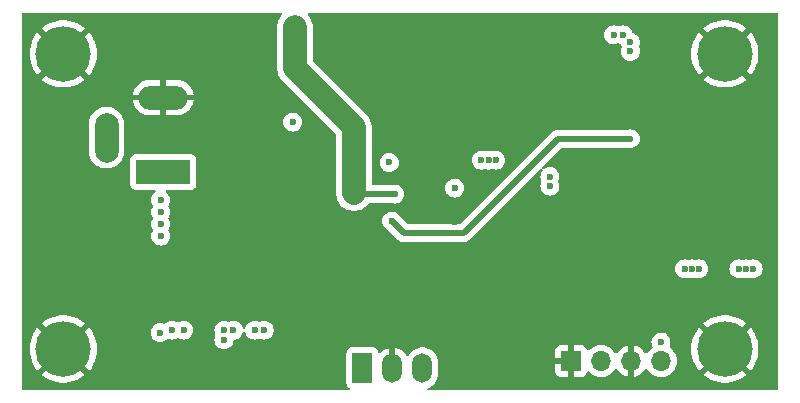
<source format=gbr>
%TF.GenerationSoftware,KiCad,Pcbnew,8.0.4+dfsg-1*%
%TF.CreationDate,2025-03-03T18:40:41+01:00*%
%TF.ProjectId,nixie-clock-psu,6e697869-652d-4636-9c6f-636b2d707375,rev?*%
%TF.SameCoordinates,Original*%
%TF.FileFunction,Copper,L3,Inr*%
%TF.FilePolarity,Positive*%
%FSLAX46Y46*%
G04 Gerber Fmt 4.6, Leading zero omitted, Abs format (unit mm)*
G04 Created by KiCad (PCBNEW 8.0.4+dfsg-1) date 2025-03-03 18:40:41*
%MOMM*%
%LPD*%
G01*
G04 APERTURE LIST*
%TA.AperFunction,ComponentPad*%
%ADD10R,1.700000X2.500000*%
%TD*%
%TA.AperFunction,ComponentPad*%
%ADD11O,1.700000X2.500000*%
%TD*%
%TA.AperFunction,ComponentPad*%
%ADD12C,4.700000*%
%TD*%
%TA.AperFunction,ComponentPad*%
%ADD13R,4.600000X2.000000*%
%TD*%
%TA.AperFunction,ComponentPad*%
%ADD14O,4.200000X2.000000*%
%TD*%
%TA.AperFunction,ComponentPad*%
%ADD15O,2.000000X4.200000*%
%TD*%
%TA.AperFunction,ComponentPad*%
%ADD16R,1.700000X1.700000*%
%TD*%
%TA.AperFunction,ComponentPad*%
%ADD17O,1.700000X1.700000*%
%TD*%
%TA.AperFunction,ViaPad*%
%ADD18C,0.600000*%
%TD*%
%TA.AperFunction,Conductor*%
%ADD19C,0.500000*%
%TD*%
%TA.AperFunction,Conductor*%
%ADD20C,2.000000*%
%TD*%
G04 APERTURE END LIST*
D10*
%TO.N,Net-(U2-IN)*%
%TO.C,U2*%
X175320000Y-117600000D03*
D11*
%TO.N,GND*%
X177860000Y-117600000D03*
%TO.N,+5V*%
X180400000Y-117600000D03*
%TD*%
D12*
%TO.N,GND*%
%TO.C,H4*%
X206000000Y-91000000D03*
%TD*%
%TO.N,GND*%
%TO.C,H2*%
X150000000Y-116000000D03*
%TD*%
%TO.N,GND*%
%TO.C,H3*%
X150000000Y-91000000D03*
%TD*%
D13*
%TO.N,VCC*%
%TO.C,J2*%
X158455000Y-101000000D03*
D14*
%TO.N,GND*%
X158455000Y-94700000D03*
D15*
%TO.N,unconnected-(J2-Pad3)*%
X153655000Y-98100000D03*
%TD*%
D12*
%TO.N,GND*%
%TO.C,H1*%
X206000000Y-116000000D03*
%TD*%
D16*
%TO.N,GND*%
%TO.C,J1*%
X193000000Y-117000000D03*
D17*
%TO.N,+5V*%
X195540000Y-117000000D03*
%TO.N,GND*%
X198080000Y-117000000D03*
%TO.N,+170*%
X200620000Y-117000000D03*
%TD*%
D18*
%TO.N,VCC*%
X158242000Y-106426000D03*
X158242000Y-105410000D03*
X158242000Y-104394000D03*
X158242000Y-103378000D03*
%TO.N,GND*%
X209804000Y-88392000D03*
X209804000Y-93472000D03*
X185420000Y-95504000D03*
X155702000Y-88392000D03*
X185420000Y-92710000D03*
X203800000Y-100800000D03*
X178200000Y-109200000D03*
X164846000Y-96012000D03*
X147828000Y-94996000D03*
X202600000Y-100800000D03*
X191200000Y-112400000D03*
X166116000Y-88392000D03*
X162200000Y-118200000D03*
X187200000Y-111000000D03*
X200914000Y-88138000D03*
X178816000Y-110998000D03*
X152654000Y-102870000D03*
X171800000Y-115800000D03*
X160782000Y-88392000D03*
X209550000Y-119126000D03*
X195580000Y-110744000D03*
X195580000Y-103124000D03*
X192800000Y-110000000D03*
X171400000Y-111000000D03*
X177800000Y-115200000D03*
X207800000Y-100800000D03*
X182000000Y-115600000D03*
X169400000Y-103342000D03*
X174800000Y-106600000D03*
X152654000Y-106680000D03*
X161400000Y-94600000D03*
X189600000Y-110000000D03*
X158400000Y-96600000D03*
X183200000Y-104000000D03*
X155600000Y-94600000D03*
X188800000Y-113400000D03*
X183200000Y-105200000D03*
X158400000Y-92800000D03*
X156464000Y-119126000D03*
X169400000Y-103942000D03*
X203454000Y-119126000D03*
X185600000Y-113400000D03*
X169400000Y-102742000D03*
X161036000Y-119126000D03*
X207200000Y-100800000D03*
X152654000Y-110236000D03*
X165000000Y-118200000D03*
X198000000Y-103800000D03*
X203200000Y-100800000D03*
X194056000Y-97028000D03*
X208400000Y-100800000D03*
%TO.N,+170*%
X198000000Y-90800000D03*
X207200000Y-109200000D03*
X203800000Y-109200000D03*
X200600000Y-115400000D03*
X196600000Y-89400000D03*
X207800000Y-109200000D03*
X202600000Y-109200000D03*
X208400000Y-109200000D03*
X203200000Y-109200000D03*
X197400000Y-89400000D03*
X198000000Y-90000000D03*
%TO.N,VCC*%
X177600000Y-100200000D03*
X186000000Y-100000000D03*
X160200000Y-114400000D03*
X158200000Y-114600000D03*
X185400000Y-100000000D03*
X166200000Y-114400000D03*
X186600000Y-100000000D03*
X159200000Y-114400000D03*
X164400000Y-114400000D03*
X191200000Y-102200000D03*
X167000000Y-114400000D03*
X163600000Y-115200000D03*
X163600000Y-114400000D03*
X191200000Y-101400000D03*
%TO.N,Net-(U1-FB)*%
X198000000Y-98200000D03*
X177800000Y-105156000D03*
%TO.N,Net-(Q1-G)*%
X169672000Y-88646000D03*
X174600000Y-102800000D03*
X175200000Y-102800000D03*
X169600000Y-91600000D03*
X169672000Y-89408000D03*
X178054000Y-102870000D03*
X169600000Y-92200000D03*
%TO.N,Net-(Q1-S)*%
X169418000Y-96774000D03*
X183134000Y-102362000D03*
%TD*%
D19*
%TO.N,Net-(U1-FB)*%
X183896000Y-106172000D02*
X191868000Y-98200000D01*
X178816000Y-106172000D02*
X183896000Y-106172000D01*
X191868000Y-98200000D02*
X198000000Y-98200000D01*
X177800000Y-105156000D02*
X178816000Y-106172000D01*
%TO.N,Net-(Q1-G)*%
X169600000Y-91600000D02*
X169600000Y-92200000D01*
D20*
X174600000Y-97200000D02*
X174600000Y-102800000D01*
X169600000Y-92200000D02*
X174600000Y-97200000D01*
D19*
X169600000Y-88718000D02*
X169672000Y-88646000D01*
X175200000Y-102800000D02*
X174600000Y-102800000D01*
X175270000Y-102870000D02*
X175200000Y-102800000D01*
D20*
X169600000Y-92200000D02*
X169600000Y-88718000D01*
D19*
X178054000Y-102870000D02*
X177546000Y-102870000D01*
X177546000Y-102870000D02*
X175270000Y-102870000D01*
%TD*%
%TA.AperFunction,Conductor*%
%TO.N,GND*%
G36*
X168463150Y-87520185D02*
G01*
X168508905Y-87572989D01*
X168518849Y-87642147D01*
X168489824Y-87705703D01*
X168483792Y-87712181D01*
X168455485Y-87740487D01*
X168455485Y-87740488D01*
X168455483Y-87740490D01*
X168395862Y-87822550D01*
X168316657Y-87931566D01*
X168209433Y-88142003D01*
X168136446Y-88366631D01*
X168099500Y-88599902D01*
X168099500Y-92318097D01*
X168136446Y-92551368D01*
X168209433Y-92775996D01*
X168316657Y-92986434D01*
X168455484Y-93177511D01*
X173063181Y-97785208D01*
X173096666Y-97846531D01*
X173099500Y-97872889D01*
X173099500Y-102918097D01*
X173136446Y-103151368D01*
X173209433Y-103375996D01*
X173301790Y-103557255D01*
X173316657Y-103586433D01*
X173455483Y-103777510D01*
X173622490Y-103944517D01*
X173813567Y-104083343D01*
X173912991Y-104134002D01*
X174024003Y-104190566D01*
X174024005Y-104190566D01*
X174024008Y-104190568D01*
X174144412Y-104229689D01*
X174248631Y-104263553D01*
X174481903Y-104300500D01*
X174481908Y-104300500D01*
X174718097Y-104300500D01*
X174951368Y-104263553D01*
X175175992Y-104190568D01*
X175386433Y-104083343D01*
X175577510Y-103944517D01*
X175744517Y-103777510D01*
X175821455Y-103671613D01*
X175876785Y-103628949D01*
X175921773Y-103620500D01*
X177472082Y-103620500D01*
X177754028Y-103620500D01*
X177794983Y-103627458D01*
X177874745Y-103655368D01*
X177874750Y-103655369D01*
X178053996Y-103675565D01*
X178054000Y-103675565D01*
X178054004Y-103675565D01*
X178233249Y-103655369D01*
X178233252Y-103655368D01*
X178233255Y-103655368D01*
X178403522Y-103595789D01*
X178556262Y-103499816D01*
X178683816Y-103372262D01*
X178779789Y-103219522D01*
X178839368Y-103049255D01*
X178841709Y-103028478D01*
X178859565Y-102870003D01*
X178859565Y-102869996D01*
X178839369Y-102690750D01*
X178839368Y-102690745D01*
X178805037Y-102592632D01*
X178779789Y-102520478D01*
X178779604Y-102520184D01*
X178731605Y-102443793D01*
X178683816Y-102367738D01*
X178678074Y-102361996D01*
X182328435Y-102361996D01*
X182328435Y-102362003D01*
X182348630Y-102541249D01*
X182348631Y-102541254D01*
X182408211Y-102711523D01*
X182431247Y-102748184D01*
X182504184Y-102864262D01*
X182631738Y-102991816D01*
X182784478Y-103087789D01*
X182954745Y-103147368D01*
X182954750Y-103147369D01*
X183133996Y-103167565D01*
X183134000Y-103167565D01*
X183134004Y-103167565D01*
X183313249Y-103147369D01*
X183313252Y-103147368D01*
X183313255Y-103147368D01*
X183483522Y-103087789D01*
X183636262Y-102991816D01*
X183763816Y-102864262D01*
X183859789Y-102711522D01*
X183919368Y-102541255D01*
X183921709Y-102520478D01*
X183939565Y-102362003D01*
X183939565Y-102361996D01*
X183919369Y-102182750D01*
X183919368Y-102182745D01*
X183893032Y-102107482D01*
X183859789Y-102012478D01*
X183763816Y-101859738D01*
X183636262Y-101732184D01*
X183483523Y-101636211D01*
X183313254Y-101576631D01*
X183313249Y-101576630D01*
X183134004Y-101556435D01*
X183133996Y-101556435D01*
X182954750Y-101576630D01*
X182954745Y-101576631D01*
X182784476Y-101636211D01*
X182631737Y-101732184D01*
X182504184Y-101859737D01*
X182408211Y-102012476D01*
X182348631Y-102182745D01*
X182348630Y-102182750D01*
X182328435Y-102361996D01*
X178678074Y-102361996D01*
X178556262Y-102240184D01*
X178403523Y-102144211D01*
X178233254Y-102084631D01*
X178233249Y-102084630D01*
X178054004Y-102064435D01*
X178053996Y-102064435D01*
X177874750Y-102084630D01*
X177874745Y-102084631D01*
X177794983Y-102112542D01*
X177754028Y-102119500D01*
X176224500Y-102119500D01*
X176157461Y-102099815D01*
X176111706Y-102047011D01*
X176100500Y-101995500D01*
X176100500Y-100199996D01*
X176794435Y-100199996D01*
X176794435Y-100200003D01*
X176814630Y-100379249D01*
X176814631Y-100379254D01*
X176874211Y-100549523D01*
X176915122Y-100614632D01*
X176970184Y-100702262D01*
X177097738Y-100829816D01*
X177188080Y-100886582D01*
X177239119Y-100918652D01*
X177250478Y-100925789D01*
X177420745Y-100985368D01*
X177420750Y-100985369D01*
X177599996Y-101005565D01*
X177600000Y-101005565D01*
X177600004Y-101005565D01*
X177779249Y-100985369D01*
X177779252Y-100985368D01*
X177779255Y-100985368D01*
X177949522Y-100925789D01*
X178102262Y-100829816D01*
X178229816Y-100702262D01*
X178325789Y-100549522D01*
X178385368Y-100379255D01*
X178389282Y-100344517D01*
X178405565Y-100200003D01*
X178405565Y-100199996D01*
X178385369Y-100020750D01*
X178385368Y-100020745D01*
X178378108Y-99999996D01*
X184594435Y-99999996D01*
X184594435Y-100000003D01*
X184614630Y-100179249D01*
X184614631Y-100179254D01*
X184674211Y-100349523D01*
X184758296Y-100483342D01*
X184770184Y-100502262D01*
X184897738Y-100629816D01*
X185050478Y-100725789D01*
X185162534Y-100764999D01*
X185220745Y-100785368D01*
X185220750Y-100785369D01*
X185399996Y-100805565D01*
X185400000Y-100805565D01*
X185400004Y-100805565D01*
X185579249Y-100785369D01*
X185579250Y-100785368D01*
X185579255Y-100785368D01*
X185659048Y-100757446D01*
X185728823Y-100753884D01*
X185740933Y-100757440D01*
X185820745Y-100785368D01*
X185820749Y-100785368D01*
X185820751Y-100785369D01*
X185820748Y-100785369D01*
X185999996Y-100805565D01*
X186000000Y-100805565D01*
X186000004Y-100805565D01*
X186179249Y-100785369D01*
X186179250Y-100785368D01*
X186179255Y-100785368D01*
X186259048Y-100757446D01*
X186328823Y-100753884D01*
X186340933Y-100757440D01*
X186420745Y-100785368D01*
X186420749Y-100785368D01*
X186420751Y-100785369D01*
X186420748Y-100785369D01*
X186599996Y-100805565D01*
X186600000Y-100805565D01*
X186600004Y-100805565D01*
X186779249Y-100785369D01*
X186779252Y-100785368D01*
X186779255Y-100785368D01*
X186949522Y-100725789D01*
X187102262Y-100629816D01*
X187229816Y-100502262D01*
X187325789Y-100349522D01*
X187385368Y-100179255D01*
X187385369Y-100179249D01*
X187405565Y-100000003D01*
X187405565Y-99999996D01*
X187385369Y-99820750D01*
X187385368Y-99820745D01*
X187342326Y-99697738D01*
X187325789Y-99650478D01*
X187229816Y-99497738D01*
X187102262Y-99370184D01*
X186949523Y-99274211D01*
X186779254Y-99214631D01*
X186779249Y-99214630D01*
X186600004Y-99194435D01*
X186599996Y-99194435D01*
X186420746Y-99214631D01*
X186420745Y-99214631D01*
X186340953Y-99242551D01*
X186271174Y-99246112D01*
X186259047Y-99242551D01*
X186179253Y-99214631D01*
X186000004Y-99194435D01*
X185999996Y-99194435D01*
X185820746Y-99214631D01*
X185820745Y-99214631D01*
X185740953Y-99242551D01*
X185671174Y-99246112D01*
X185659047Y-99242551D01*
X185579253Y-99214631D01*
X185400004Y-99194435D01*
X185399996Y-99194435D01*
X185220750Y-99214630D01*
X185220745Y-99214631D01*
X185050476Y-99274211D01*
X184897737Y-99370184D01*
X184770184Y-99497737D01*
X184674211Y-99650476D01*
X184614631Y-99820745D01*
X184614630Y-99820750D01*
X184594435Y-99999996D01*
X178378108Y-99999996D01*
X178361358Y-99952128D01*
X178325789Y-99850478D01*
X178307106Y-99820745D01*
X178229815Y-99697737D01*
X178102262Y-99570184D01*
X177949523Y-99474211D01*
X177779254Y-99414631D01*
X177779249Y-99414630D01*
X177600004Y-99394435D01*
X177599996Y-99394435D01*
X177420750Y-99414630D01*
X177420745Y-99414631D01*
X177250476Y-99474211D01*
X177097737Y-99570184D01*
X176970184Y-99697737D01*
X176874211Y-99850476D01*
X176814631Y-100020745D01*
X176814630Y-100020750D01*
X176794435Y-100199996D01*
X176100500Y-100199996D01*
X176100500Y-97081902D01*
X176063553Y-96848631D01*
X175998569Y-96648632D01*
X175990568Y-96624008D01*
X175990566Y-96624005D01*
X175990566Y-96624003D01*
X175883342Y-96413566D01*
X175846036Y-96362218D01*
X175744518Y-96222490D01*
X171136819Y-91614791D01*
X171103334Y-91553468D01*
X171100500Y-91527110D01*
X171100500Y-89399996D01*
X195794435Y-89399996D01*
X195794435Y-89400003D01*
X195814630Y-89579249D01*
X195814631Y-89579254D01*
X195874211Y-89749523D01*
X195934441Y-89845377D01*
X195970184Y-89902262D01*
X196097738Y-90029816D01*
X196188080Y-90086582D01*
X196250240Y-90125640D01*
X196250478Y-90125789D01*
X196403258Y-90179249D01*
X196420745Y-90185368D01*
X196420750Y-90185369D01*
X196599996Y-90205565D01*
X196600000Y-90205565D01*
X196600004Y-90205565D01*
X196779249Y-90185369D01*
X196779251Y-90185368D01*
X196779255Y-90185368D01*
X196779258Y-90185366D01*
X196779262Y-90185366D01*
X196956095Y-90123489D01*
X196956847Y-90125640D01*
X197015110Y-90116033D01*
X197043586Y-90124395D01*
X197043904Y-90123489D01*
X197159851Y-90164060D01*
X197216627Y-90204782D01*
X197235939Y-90240147D01*
X197276511Y-90356095D01*
X197274366Y-90356845D01*
X197283959Y-90415162D01*
X197275612Y-90443592D01*
X197276510Y-90443906D01*
X197214633Y-90620737D01*
X197214630Y-90620750D01*
X197194435Y-90799996D01*
X197194435Y-90800003D01*
X197214630Y-90979249D01*
X197214631Y-90979254D01*
X197274211Y-91149523D01*
X197370184Y-91302262D01*
X197497738Y-91429816D01*
X197650478Y-91525789D01*
X197729580Y-91553468D01*
X197820745Y-91585368D01*
X197820750Y-91585369D01*
X197999996Y-91605565D01*
X198000000Y-91605565D01*
X198000004Y-91605565D01*
X198179249Y-91585369D01*
X198179252Y-91585368D01*
X198179255Y-91585368D01*
X198349522Y-91525789D01*
X198502262Y-91429816D01*
X198629816Y-91302262D01*
X198725789Y-91149522D01*
X198778110Y-90999996D01*
X203145170Y-90999996D01*
X203145170Y-91000003D01*
X203164473Y-91331426D01*
X203164474Y-91331437D01*
X203222118Y-91658351D01*
X203222121Y-91658365D01*
X203317336Y-91976408D01*
X203448827Y-92281236D01*
X203448833Y-92281249D01*
X203614824Y-92568755D01*
X203812357Y-92834087D01*
X204884728Y-91761716D01*
X204970278Y-91879466D01*
X205120534Y-92029722D01*
X205238281Y-92115270D01*
X204169289Y-93184263D01*
X204295215Y-93289925D01*
X204572588Y-93472356D01*
X204869252Y-93621347D01*
X204869258Y-93621350D01*
X205181213Y-93734892D01*
X205181234Y-93734899D01*
X205504248Y-93811456D01*
X205504263Y-93811458D01*
X205834012Y-93849999D01*
X205834013Y-93850000D01*
X206165987Y-93850000D01*
X206165987Y-93849999D01*
X206495736Y-93811458D01*
X206495751Y-93811456D01*
X206818765Y-93734899D01*
X206818786Y-93734892D01*
X207130741Y-93621350D01*
X207130747Y-93621347D01*
X207427411Y-93472356D01*
X207704789Y-93289922D01*
X207830708Y-93184263D01*
X207830709Y-93184262D01*
X206761718Y-92115270D01*
X206879466Y-92029722D01*
X207029722Y-91879466D01*
X207115270Y-91761718D01*
X208187641Y-92834088D01*
X208385175Y-92568756D01*
X208551166Y-92281249D01*
X208551172Y-92281236D01*
X208682663Y-91976408D01*
X208777878Y-91658365D01*
X208777881Y-91658351D01*
X208835525Y-91331437D01*
X208835526Y-91331426D01*
X208854830Y-91000003D01*
X208854830Y-90999996D01*
X208835526Y-90668573D01*
X208835525Y-90668562D01*
X208777881Y-90341648D01*
X208777878Y-90341634D01*
X208682663Y-90023591D01*
X208551172Y-89718763D01*
X208551166Y-89718750D01*
X208385172Y-89431239D01*
X208187642Y-89165910D01*
X207115270Y-90238281D01*
X207029722Y-90120534D01*
X206879466Y-89970278D01*
X206761717Y-89884728D01*
X207830709Y-88815736D01*
X207830709Y-88815735D01*
X207704784Y-88710074D01*
X207427411Y-88527643D01*
X207130747Y-88378652D01*
X207130741Y-88378649D01*
X206818786Y-88265107D01*
X206818765Y-88265100D01*
X206495751Y-88188543D01*
X206495736Y-88188541D01*
X206165987Y-88150000D01*
X205834013Y-88150000D01*
X205504263Y-88188541D01*
X205504248Y-88188543D01*
X205181234Y-88265100D01*
X205181213Y-88265107D01*
X204869258Y-88378649D01*
X204869252Y-88378652D01*
X204572581Y-88527646D01*
X204295220Y-88710070D01*
X204295213Y-88710075D01*
X204169289Y-88815735D01*
X205238282Y-89884728D01*
X205120534Y-89970278D01*
X204970278Y-90120534D01*
X204884728Y-90238282D01*
X203812357Y-89165911D01*
X203812356Y-89165911D01*
X203614829Y-89431236D01*
X203614825Y-89431242D01*
X203448833Y-89718750D01*
X203448827Y-89718763D01*
X203317336Y-90023591D01*
X203222121Y-90341634D01*
X203222118Y-90341648D01*
X203164474Y-90668562D01*
X203164473Y-90668573D01*
X203145170Y-90999996D01*
X198778110Y-90999996D01*
X198785368Y-90979255D01*
X198805565Y-90800000D01*
X198785368Y-90620745D01*
X198785367Y-90620743D01*
X198785366Y-90620737D01*
X198723489Y-90443905D01*
X198725637Y-90443153D01*
X198716035Y-90384872D01*
X198724392Y-90356411D01*
X198723489Y-90356095D01*
X198785366Y-90179262D01*
X198785369Y-90179249D01*
X198805565Y-90000003D01*
X198805565Y-89999996D01*
X198785369Y-89820750D01*
X198785368Y-89820745D01*
X198749678Y-89718750D01*
X198725789Y-89650478D01*
X198629816Y-89497738D01*
X198502262Y-89370184D01*
X198349524Y-89274212D01*
X198349523Y-89274211D01*
X198240146Y-89235938D01*
X198183371Y-89195216D01*
X198164060Y-89159851D01*
X198125788Y-89050476D01*
X198029815Y-88897737D01*
X197902262Y-88770184D01*
X197749523Y-88674211D01*
X197579254Y-88614631D01*
X197579249Y-88614630D01*
X197400004Y-88594435D01*
X197399996Y-88594435D01*
X197220750Y-88614630D01*
X197220737Y-88614633D01*
X197043906Y-88676510D01*
X197043155Y-88674364D01*
X196984856Y-88683962D01*
X196956409Y-88675609D01*
X196956094Y-88676510D01*
X196779262Y-88614633D01*
X196779249Y-88614630D01*
X196600004Y-88594435D01*
X196599996Y-88594435D01*
X196420750Y-88614630D01*
X196420745Y-88614631D01*
X196250476Y-88674211D01*
X196097737Y-88770184D01*
X195970184Y-88897737D01*
X195874211Y-89050476D01*
X195814631Y-89220745D01*
X195814630Y-89220750D01*
X195794435Y-89399996D01*
X171100500Y-89399996D01*
X171100500Y-88599902D01*
X171063553Y-88366631D01*
X171005688Y-88188543D01*
X170990568Y-88142008D01*
X170990566Y-88142005D01*
X170990566Y-88142003D01*
X170883342Y-87931566D01*
X170744517Y-87740490D01*
X170716208Y-87712181D01*
X170682723Y-87650858D01*
X170687707Y-87581166D01*
X170729579Y-87525233D01*
X170795043Y-87500816D01*
X170803889Y-87500500D01*
X210375500Y-87500500D01*
X210442539Y-87520185D01*
X210488294Y-87572989D01*
X210499500Y-87624500D01*
X210499500Y-119375500D01*
X210479815Y-119442539D01*
X210427011Y-119488294D01*
X210375500Y-119499500D01*
X180938226Y-119499500D01*
X180871187Y-119479815D01*
X180825432Y-119427011D01*
X180815488Y-119357853D01*
X180844513Y-119294297D01*
X180899906Y-119257569D01*
X180918412Y-119251557D01*
X181107816Y-119155051D01*
X181194138Y-119092335D01*
X181279786Y-119030109D01*
X181279788Y-119030106D01*
X181279792Y-119030104D01*
X181430104Y-118879792D01*
X181430106Y-118879788D01*
X181430109Y-118879786D01*
X181555048Y-118707820D01*
X181555050Y-118707817D01*
X181555051Y-118707816D01*
X181651557Y-118518412D01*
X181717246Y-118316243D01*
X181750500Y-118106287D01*
X181750500Y-117093713D01*
X181717246Y-116883757D01*
X181651557Y-116681588D01*
X181555051Y-116492184D01*
X181555049Y-116492181D01*
X181555048Y-116492179D01*
X181430109Y-116320213D01*
X181279786Y-116169890D01*
X181186556Y-116102155D01*
X191650000Y-116102155D01*
X191650000Y-116750000D01*
X192566988Y-116750000D01*
X192534075Y-116807007D01*
X192500000Y-116934174D01*
X192500000Y-117065826D01*
X192534075Y-117192993D01*
X192566988Y-117250000D01*
X191650000Y-117250000D01*
X191650000Y-117897844D01*
X191656401Y-117957372D01*
X191656403Y-117957379D01*
X191706645Y-118092086D01*
X191706649Y-118092093D01*
X191792809Y-118207187D01*
X191792812Y-118207190D01*
X191907906Y-118293350D01*
X191907913Y-118293354D01*
X192042620Y-118343596D01*
X192042627Y-118343598D01*
X192102155Y-118349999D01*
X192102172Y-118350000D01*
X192750000Y-118350000D01*
X192750000Y-117433012D01*
X192807007Y-117465925D01*
X192934174Y-117500000D01*
X193065826Y-117500000D01*
X193192993Y-117465925D01*
X193250000Y-117433012D01*
X193250000Y-118350000D01*
X193897828Y-118350000D01*
X193897844Y-118349999D01*
X193957372Y-118343598D01*
X193957379Y-118343596D01*
X194092086Y-118293354D01*
X194092093Y-118293350D01*
X194207187Y-118207190D01*
X194207190Y-118207187D01*
X194293350Y-118092093D01*
X194293354Y-118092086D01*
X194342422Y-117960529D01*
X194384293Y-117904595D01*
X194449757Y-117880178D01*
X194518030Y-117895030D01*
X194546285Y-117916181D01*
X194668599Y-118038495D01*
X194728044Y-118080119D01*
X194862165Y-118174032D01*
X194862167Y-118174033D01*
X194862170Y-118174035D01*
X195076337Y-118273903D01*
X195304592Y-118335063D01*
X195475319Y-118350000D01*
X195539999Y-118355659D01*
X195540000Y-118355659D01*
X195540001Y-118355659D01*
X195604681Y-118350000D01*
X195775408Y-118335063D01*
X196003663Y-118273903D01*
X196217830Y-118174035D01*
X196411401Y-118038495D01*
X196578495Y-117871401D01*
X196708730Y-117685405D01*
X196763307Y-117641781D01*
X196832805Y-117634587D01*
X196895160Y-117666110D01*
X196911879Y-117685405D01*
X197041890Y-117871078D01*
X197208917Y-118038105D01*
X197402421Y-118173600D01*
X197616507Y-118273429D01*
X197616516Y-118273433D01*
X197830000Y-118330634D01*
X197830000Y-117433012D01*
X197887007Y-117465925D01*
X198014174Y-117500000D01*
X198145826Y-117500000D01*
X198272993Y-117465925D01*
X198330000Y-117433012D01*
X198330000Y-118330633D01*
X198543483Y-118273433D01*
X198543492Y-118273429D01*
X198757578Y-118173600D01*
X198951082Y-118038105D01*
X199118105Y-117871082D01*
X199248119Y-117685405D01*
X199302696Y-117641781D01*
X199372195Y-117634588D01*
X199434549Y-117666110D01*
X199451269Y-117685405D01*
X199581505Y-117871401D01*
X199748599Y-118038495D01*
X199808044Y-118080119D01*
X199942165Y-118174032D01*
X199942167Y-118174033D01*
X199942170Y-118174035D01*
X200156337Y-118273903D01*
X200384592Y-118335063D01*
X200555319Y-118350000D01*
X200619999Y-118355659D01*
X200620000Y-118355659D01*
X200620001Y-118355659D01*
X200684681Y-118350000D01*
X200855408Y-118335063D01*
X201083663Y-118273903D01*
X201297830Y-118174035D01*
X201491401Y-118038495D01*
X201658495Y-117871401D01*
X201794035Y-117677830D01*
X201893903Y-117463663D01*
X201955063Y-117235408D01*
X201975659Y-117000000D01*
X201955063Y-116764592D01*
X201893903Y-116536337D01*
X201794035Y-116322171D01*
X201792890Y-116320535D01*
X201658494Y-116128597D01*
X201529892Y-115999996D01*
X203145170Y-115999996D01*
X203145170Y-116000003D01*
X203164473Y-116331426D01*
X203164474Y-116331437D01*
X203222118Y-116658351D01*
X203222121Y-116658365D01*
X203317336Y-116976408D01*
X203448827Y-117281236D01*
X203448833Y-117281249D01*
X203614824Y-117568755D01*
X203812357Y-117834087D01*
X204884728Y-116761716D01*
X204970278Y-116879466D01*
X205120534Y-117029722D01*
X205238281Y-117115270D01*
X204169289Y-118184263D01*
X204295215Y-118289925D01*
X204572588Y-118472356D01*
X204869252Y-118621347D01*
X204869258Y-118621350D01*
X205181213Y-118734892D01*
X205181234Y-118734899D01*
X205504248Y-118811456D01*
X205504263Y-118811458D01*
X205834012Y-118849999D01*
X205834013Y-118850000D01*
X206165987Y-118850000D01*
X206165987Y-118849999D01*
X206495736Y-118811458D01*
X206495751Y-118811456D01*
X206818765Y-118734899D01*
X206818786Y-118734892D01*
X207130741Y-118621350D01*
X207130747Y-118621347D01*
X207427411Y-118472356D01*
X207704789Y-118289922D01*
X207830708Y-118184263D01*
X207830709Y-118184262D01*
X206761718Y-117115270D01*
X206879466Y-117029722D01*
X207029722Y-116879466D01*
X207115270Y-116761717D01*
X208187641Y-117834088D01*
X208385175Y-117568756D01*
X208551166Y-117281249D01*
X208551172Y-117281236D01*
X208682663Y-116976408D01*
X208777878Y-116658365D01*
X208777881Y-116658351D01*
X208835525Y-116331437D01*
X208835526Y-116331426D01*
X208854830Y-116000003D01*
X208854830Y-115999996D01*
X208835526Y-115668573D01*
X208835525Y-115668562D01*
X208777881Y-115341648D01*
X208777878Y-115341634D01*
X208682663Y-115023591D01*
X208551172Y-114718763D01*
X208551166Y-114718750D01*
X208385172Y-114431239D01*
X208187642Y-114165910D01*
X207115270Y-115238281D01*
X207029722Y-115120534D01*
X206879466Y-114970278D01*
X206761717Y-114884728D01*
X207830709Y-113815736D01*
X207830709Y-113815735D01*
X207704784Y-113710074D01*
X207427411Y-113527643D01*
X207130747Y-113378652D01*
X207130741Y-113378649D01*
X206818786Y-113265107D01*
X206818765Y-113265100D01*
X206495751Y-113188543D01*
X206495736Y-113188541D01*
X206165987Y-113150000D01*
X205834013Y-113150000D01*
X205504263Y-113188541D01*
X205504248Y-113188543D01*
X205181234Y-113265100D01*
X205181213Y-113265107D01*
X204869258Y-113378649D01*
X204869252Y-113378652D01*
X204572581Y-113527646D01*
X204295220Y-113710070D01*
X204295213Y-113710075D01*
X204169289Y-113815735D01*
X205238282Y-114884728D01*
X205120534Y-114970278D01*
X204970278Y-115120534D01*
X204884728Y-115238282D01*
X203812357Y-114165911D01*
X203812356Y-114165911D01*
X203614829Y-114431236D01*
X203614825Y-114431242D01*
X203448833Y-114718750D01*
X203448827Y-114718763D01*
X203317336Y-115023591D01*
X203222121Y-115341634D01*
X203222118Y-115341648D01*
X203164474Y-115668562D01*
X203164473Y-115668573D01*
X203145170Y-115999996D01*
X201529892Y-115999996D01*
X201491402Y-115961506D01*
X201491401Y-115961505D01*
X201375740Y-115880518D01*
X201332117Y-115825942D01*
X201324924Y-115756443D01*
X201329821Y-115737998D01*
X201385368Y-115579255D01*
X201405565Y-115400000D01*
X201403916Y-115385369D01*
X201385369Y-115220750D01*
X201385368Y-115220745D01*
X201352088Y-115125637D01*
X201325789Y-115050478D01*
X201307106Y-115020745D01*
X201262354Y-114949522D01*
X201229816Y-114897738D01*
X201102262Y-114770184D01*
X201069379Y-114749522D01*
X200949523Y-114674211D01*
X200779254Y-114614631D01*
X200779249Y-114614630D01*
X200600004Y-114594435D01*
X200599996Y-114594435D01*
X200420750Y-114614630D01*
X200420745Y-114614631D01*
X200250476Y-114674211D01*
X200097737Y-114770184D01*
X199970184Y-114897737D01*
X199874211Y-115050476D01*
X199814631Y-115220745D01*
X199814630Y-115220750D01*
X199794435Y-115399996D01*
X199794435Y-115400003D01*
X199814630Y-115579249D01*
X199814631Y-115579254D01*
X199876511Y-115756095D01*
X199874703Y-115756727D01*
X199884511Y-115816270D01*
X199856793Y-115880406D01*
X199832562Y-115902712D01*
X199748598Y-115961504D01*
X199581508Y-116128594D01*
X199451269Y-116314595D01*
X199396692Y-116358219D01*
X199327193Y-116365412D01*
X199264839Y-116333890D01*
X199248119Y-116314594D01*
X199118113Y-116128926D01*
X199118108Y-116128920D01*
X198951082Y-115961894D01*
X198757578Y-115826399D01*
X198543492Y-115726570D01*
X198543486Y-115726567D01*
X198330000Y-115669364D01*
X198330000Y-116566988D01*
X198272993Y-116534075D01*
X198145826Y-116500000D01*
X198014174Y-116500000D01*
X197887007Y-116534075D01*
X197830000Y-116566988D01*
X197830000Y-115669364D01*
X197829999Y-115669364D01*
X197616513Y-115726567D01*
X197616507Y-115726570D01*
X197402422Y-115826399D01*
X197402420Y-115826400D01*
X197208926Y-115961886D01*
X197208920Y-115961891D01*
X197041891Y-116128920D01*
X197041890Y-116128922D01*
X196911880Y-116314595D01*
X196857303Y-116358219D01*
X196787804Y-116365412D01*
X196725450Y-116333890D01*
X196708730Y-116314594D01*
X196578494Y-116128597D01*
X196411402Y-115961506D01*
X196411399Y-115961504D01*
X196332423Y-115906204D01*
X196217834Y-115825967D01*
X196217830Y-115825965D01*
X196146727Y-115792809D01*
X196003663Y-115726097D01*
X196003659Y-115726096D01*
X196003655Y-115726094D01*
X195775413Y-115664938D01*
X195775403Y-115664936D01*
X195540001Y-115644341D01*
X195539999Y-115644341D01*
X195304596Y-115664936D01*
X195304586Y-115664938D01*
X195076344Y-115726094D01*
X195076335Y-115726098D01*
X194862171Y-115825964D01*
X194862169Y-115825965D01*
X194668600Y-115961503D01*
X194546284Y-116083819D01*
X194484961Y-116117303D01*
X194415269Y-116112319D01*
X194359336Y-116070447D01*
X194342421Y-116039470D01*
X194293354Y-115907913D01*
X194293350Y-115907906D01*
X194207190Y-115792812D01*
X194207187Y-115792809D01*
X194092093Y-115706649D01*
X194092086Y-115706645D01*
X193957379Y-115656403D01*
X193957372Y-115656401D01*
X193897844Y-115650000D01*
X193250000Y-115650000D01*
X193250000Y-116566988D01*
X193192993Y-116534075D01*
X193065826Y-116500000D01*
X192934174Y-116500000D01*
X192807007Y-116534075D01*
X192750000Y-116566988D01*
X192750000Y-115650000D01*
X192102155Y-115650000D01*
X192042627Y-115656401D01*
X192042620Y-115656403D01*
X191907913Y-115706645D01*
X191907906Y-115706649D01*
X191792812Y-115792809D01*
X191792809Y-115792812D01*
X191706649Y-115907906D01*
X191706645Y-115907913D01*
X191656403Y-116042620D01*
X191656401Y-116042627D01*
X191650000Y-116102155D01*
X181186556Y-116102155D01*
X181107820Y-116044951D01*
X180918414Y-115948444D01*
X180918413Y-115948443D01*
X180918412Y-115948443D01*
X180716243Y-115882754D01*
X180716241Y-115882753D01*
X180716240Y-115882753D01*
X180554957Y-115857208D01*
X180506287Y-115849500D01*
X180293713Y-115849500D01*
X180245042Y-115857208D01*
X180083760Y-115882753D01*
X179881585Y-115948444D01*
X179692179Y-116044951D01*
X179520213Y-116169890D01*
X179369890Y-116320213D01*
X179244949Y-116492182D01*
X179240202Y-116501499D01*
X179192227Y-116552293D01*
X179124405Y-116569087D01*
X179058271Y-116546548D01*
X179019234Y-116501495D01*
X179014622Y-116492444D01*
X178889727Y-116320540D01*
X178889723Y-116320535D01*
X178739464Y-116170276D01*
X178739459Y-116170272D01*
X178567557Y-116045379D01*
X178378215Y-115948903D01*
X178176124Y-115883241D01*
X178110000Y-115872768D01*
X178110000Y-117051517D01*
X178091591Y-117040889D01*
X177938991Y-117000000D01*
X177781009Y-117000000D01*
X177628409Y-117040889D01*
X177610000Y-117051517D01*
X177610000Y-115872768D01*
X177609999Y-115872768D01*
X177543875Y-115883241D01*
X177341784Y-115948903D01*
X177152442Y-116045379D01*
X176980541Y-116170271D01*
X176866865Y-116283947D01*
X176805542Y-116317431D01*
X176735850Y-116312447D01*
X176679917Y-116270575D01*
X176663002Y-116239598D01*
X176613797Y-116107671D01*
X176613793Y-116107664D01*
X176527547Y-115992455D01*
X176527544Y-115992452D01*
X176412335Y-115906206D01*
X176412328Y-115906202D01*
X176277482Y-115855908D01*
X176277483Y-115855908D01*
X176217883Y-115849501D01*
X176217881Y-115849500D01*
X176217873Y-115849500D01*
X176217864Y-115849500D01*
X174422129Y-115849500D01*
X174422123Y-115849501D01*
X174362516Y-115855908D01*
X174227671Y-115906202D01*
X174227664Y-115906206D01*
X174112455Y-115992452D01*
X174112452Y-115992455D01*
X174026206Y-116107664D01*
X174026202Y-116107671D01*
X173975908Y-116242517D01*
X173969501Y-116302116D01*
X173969500Y-116302135D01*
X173969500Y-118897870D01*
X173969501Y-118897876D01*
X173975908Y-118957483D01*
X174026202Y-119092328D01*
X174026206Y-119092335D01*
X174112452Y-119207544D01*
X174112455Y-119207547D01*
X174204208Y-119276234D01*
X174246079Y-119332168D01*
X174251063Y-119401859D01*
X174217577Y-119463182D01*
X174156254Y-119496666D01*
X174129897Y-119499500D01*
X146624500Y-119499500D01*
X146557461Y-119479815D01*
X146511706Y-119427011D01*
X146500500Y-119375500D01*
X146500500Y-115999996D01*
X147145170Y-115999996D01*
X147145170Y-116000003D01*
X147164473Y-116331426D01*
X147164474Y-116331437D01*
X147222118Y-116658351D01*
X147222121Y-116658365D01*
X147317336Y-116976408D01*
X147448827Y-117281236D01*
X147448833Y-117281249D01*
X147614824Y-117568755D01*
X147812357Y-117834087D01*
X148884728Y-116761716D01*
X148970278Y-116879466D01*
X149120534Y-117029722D01*
X149238281Y-117115270D01*
X148169289Y-118184263D01*
X148295215Y-118289925D01*
X148572588Y-118472356D01*
X148869252Y-118621347D01*
X148869258Y-118621350D01*
X149181213Y-118734892D01*
X149181234Y-118734899D01*
X149504248Y-118811456D01*
X149504263Y-118811458D01*
X149834012Y-118849999D01*
X149834013Y-118850000D01*
X150165987Y-118850000D01*
X150165987Y-118849999D01*
X150495736Y-118811458D01*
X150495751Y-118811456D01*
X150818765Y-118734899D01*
X150818786Y-118734892D01*
X151130741Y-118621350D01*
X151130747Y-118621347D01*
X151427411Y-118472356D01*
X151704789Y-118289922D01*
X151830708Y-118184263D01*
X151830709Y-118184262D01*
X150761718Y-117115270D01*
X150879466Y-117029722D01*
X151029722Y-116879466D01*
X151115270Y-116761717D01*
X152187641Y-117834088D01*
X152385175Y-117568756D01*
X152551166Y-117281249D01*
X152551172Y-117281236D01*
X152682663Y-116976408D01*
X152777878Y-116658365D01*
X152777881Y-116658351D01*
X152835525Y-116331437D01*
X152835526Y-116331426D01*
X152854830Y-116000003D01*
X152854830Y-115999996D01*
X152835526Y-115668573D01*
X152835525Y-115668562D01*
X152777881Y-115341648D01*
X152777878Y-115341634D01*
X152682663Y-115023591D01*
X152551172Y-114718763D01*
X152551166Y-114718750D01*
X152482604Y-114599996D01*
X157394435Y-114599996D01*
X157394435Y-114600003D01*
X157414630Y-114779249D01*
X157414631Y-114779254D01*
X157474211Y-114949523D01*
X157537646Y-115050478D01*
X157570184Y-115102262D01*
X157697738Y-115229816D01*
X157850478Y-115325789D01*
X158003258Y-115379249D01*
X158020745Y-115385368D01*
X158020750Y-115385369D01*
X158199996Y-115405565D01*
X158200000Y-115405565D01*
X158200004Y-115405565D01*
X158379249Y-115385369D01*
X158379252Y-115385368D01*
X158379255Y-115385368D01*
X158549522Y-115325789D01*
X158702262Y-115229816D01*
X158762651Y-115169426D01*
X158823971Y-115135943D01*
X158891285Y-115140068D01*
X159020737Y-115185366D01*
X159020743Y-115185367D01*
X159020745Y-115185368D01*
X159020746Y-115185368D01*
X159020750Y-115185369D01*
X159199996Y-115205565D01*
X159200000Y-115205565D01*
X159200004Y-115205565D01*
X159379249Y-115185369D01*
X159379252Y-115185368D01*
X159379255Y-115185368D01*
X159549522Y-115125789D01*
X159551746Y-115124392D01*
X159634027Y-115072691D01*
X159701264Y-115053690D01*
X159765973Y-115072691D01*
X159850475Y-115125788D01*
X160020745Y-115185368D01*
X160020750Y-115185369D01*
X160199996Y-115205565D01*
X160200000Y-115205565D01*
X160200004Y-115205565D01*
X160379249Y-115185369D01*
X160379252Y-115185368D01*
X160379255Y-115185368D01*
X160549522Y-115125789D01*
X160702262Y-115029816D01*
X160829816Y-114902262D01*
X160925789Y-114749522D01*
X160985368Y-114579255D01*
X161002045Y-114431242D01*
X161005565Y-114400003D01*
X161005565Y-114399996D01*
X162794435Y-114399996D01*
X162794435Y-114400003D01*
X162814630Y-114579249D01*
X162814633Y-114579262D01*
X162876510Y-114756094D01*
X162874364Y-114756844D01*
X162883962Y-114815144D01*
X162875609Y-114843590D01*
X162876510Y-114843906D01*
X162814633Y-115020737D01*
X162814630Y-115020750D01*
X162794435Y-115199996D01*
X162794435Y-115200003D01*
X162814630Y-115379249D01*
X162814631Y-115379254D01*
X162874211Y-115549523D01*
X162941369Y-115656403D01*
X162970184Y-115702262D01*
X163097738Y-115829816D01*
X163178431Y-115880519D01*
X163222028Y-115907913D01*
X163250478Y-115925789D01*
X163420745Y-115985368D01*
X163420750Y-115985369D01*
X163599996Y-116005565D01*
X163600000Y-116005565D01*
X163600004Y-116005565D01*
X163779249Y-115985369D01*
X163779252Y-115985368D01*
X163779255Y-115985368D01*
X163949522Y-115925789D01*
X164102262Y-115829816D01*
X164229816Y-115702262D01*
X164325789Y-115549522D01*
X164385368Y-115379255D01*
X164393929Y-115303263D01*
X164420994Y-115238853D01*
X164478588Y-115199297D01*
X164503254Y-115193930D01*
X164579255Y-115185368D01*
X164749522Y-115125789D01*
X164902262Y-115029816D01*
X165029816Y-114902262D01*
X165125789Y-114749522D01*
X165182958Y-114586141D01*
X165223680Y-114529366D01*
X165288633Y-114503619D01*
X165357194Y-114517075D01*
X165407597Y-114565462D01*
X165417042Y-114586142D01*
X165474211Y-114749523D01*
X165505928Y-114800000D01*
X165570184Y-114902262D01*
X165697738Y-115029816D01*
X165765973Y-115072691D01*
X165848254Y-115124392D01*
X165850478Y-115125789D01*
X165975191Y-115169428D01*
X166020745Y-115185368D01*
X166020750Y-115185369D01*
X166199996Y-115205565D01*
X166200000Y-115205565D01*
X166200004Y-115205565D01*
X166379249Y-115185369D01*
X166379251Y-115185368D01*
X166379255Y-115185368D01*
X166379258Y-115185366D01*
X166379262Y-115185366D01*
X166556095Y-115123489D01*
X166556846Y-115125637D01*
X166615128Y-115116035D01*
X166643588Y-115124392D01*
X166643905Y-115123489D01*
X166820737Y-115185366D01*
X166820743Y-115185367D01*
X166820745Y-115185368D01*
X166820746Y-115185368D01*
X166820750Y-115185369D01*
X166999996Y-115205565D01*
X167000000Y-115205565D01*
X167000004Y-115205565D01*
X167179249Y-115185369D01*
X167179252Y-115185368D01*
X167179255Y-115185368D01*
X167349522Y-115125789D01*
X167502262Y-115029816D01*
X167629816Y-114902262D01*
X167725789Y-114749522D01*
X167785368Y-114579255D01*
X167802045Y-114431242D01*
X167805565Y-114400003D01*
X167805565Y-114399996D01*
X167785369Y-114220750D01*
X167785368Y-114220745D01*
X167742326Y-114097738D01*
X167725789Y-114050478D01*
X167629816Y-113897738D01*
X167502262Y-113770184D01*
X167434027Y-113727309D01*
X167349523Y-113674211D01*
X167179254Y-113614631D01*
X167179249Y-113614630D01*
X167000004Y-113594435D01*
X166999996Y-113594435D01*
X166820750Y-113614630D01*
X166820737Y-113614633D01*
X166643906Y-113676510D01*
X166643155Y-113674364D01*
X166584856Y-113683962D01*
X166556409Y-113675609D01*
X166556094Y-113676510D01*
X166379262Y-113614633D01*
X166379249Y-113614630D01*
X166200004Y-113594435D01*
X166199996Y-113594435D01*
X166020750Y-113614630D01*
X166020745Y-113614631D01*
X165850476Y-113674211D01*
X165697737Y-113770184D01*
X165570184Y-113897737D01*
X165474209Y-114050480D01*
X165417041Y-114213857D01*
X165376320Y-114270633D01*
X165311367Y-114296380D01*
X165242805Y-114282924D01*
X165192403Y-114234536D01*
X165182959Y-114213857D01*
X165125790Y-114050480D01*
X165125789Y-114050478D01*
X165029816Y-113897738D01*
X164902262Y-113770184D01*
X164834027Y-113727309D01*
X164749523Y-113674211D01*
X164579254Y-113614631D01*
X164579249Y-113614630D01*
X164400004Y-113594435D01*
X164399996Y-113594435D01*
X164220750Y-113614630D01*
X164220737Y-113614633D01*
X164043906Y-113676510D01*
X164043155Y-113674364D01*
X163984856Y-113683962D01*
X163956409Y-113675609D01*
X163956094Y-113676510D01*
X163779262Y-113614633D01*
X163779249Y-113614630D01*
X163600004Y-113594435D01*
X163599996Y-113594435D01*
X163420750Y-113614630D01*
X163420745Y-113614631D01*
X163250476Y-113674211D01*
X163097737Y-113770184D01*
X162970184Y-113897737D01*
X162874211Y-114050476D01*
X162814631Y-114220745D01*
X162814630Y-114220750D01*
X162794435Y-114399996D01*
X161005565Y-114399996D01*
X160985369Y-114220750D01*
X160985368Y-114220745D01*
X160942326Y-114097738D01*
X160925789Y-114050478D01*
X160829816Y-113897738D01*
X160702262Y-113770184D01*
X160634027Y-113727309D01*
X160549523Y-113674211D01*
X160379254Y-113614631D01*
X160379249Y-113614630D01*
X160200004Y-113594435D01*
X160199996Y-113594435D01*
X160020750Y-113614630D01*
X160020737Y-113614633D01*
X159850479Y-113674209D01*
X159765971Y-113727309D01*
X159698734Y-113746309D01*
X159634029Y-113727309D01*
X159549520Y-113674209D01*
X159379262Y-113614633D01*
X159379249Y-113614630D01*
X159200004Y-113594435D01*
X159199996Y-113594435D01*
X159020750Y-113614630D01*
X159020745Y-113614631D01*
X158850476Y-113674211D01*
X158697736Y-113770184D01*
X158637348Y-113830572D01*
X158576024Y-113864056D01*
X158508714Y-113859931D01*
X158379257Y-113814632D01*
X158379249Y-113814630D01*
X158200004Y-113794435D01*
X158199996Y-113794435D01*
X158020750Y-113814630D01*
X158020745Y-113814631D01*
X157850476Y-113874211D01*
X157697737Y-113970184D01*
X157570184Y-114097737D01*
X157474211Y-114250476D01*
X157414631Y-114420745D01*
X157414630Y-114420750D01*
X157394435Y-114599996D01*
X152482604Y-114599996D01*
X152385172Y-114431239D01*
X152187642Y-114165910D01*
X151115270Y-115238281D01*
X151029722Y-115120534D01*
X150879466Y-114970278D01*
X150761717Y-114884728D01*
X151830709Y-113815736D01*
X151830709Y-113815735D01*
X151704784Y-113710074D01*
X151427411Y-113527643D01*
X151130747Y-113378652D01*
X151130741Y-113378649D01*
X150818786Y-113265107D01*
X150818765Y-113265100D01*
X150495751Y-113188543D01*
X150495736Y-113188541D01*
X150165987Y-113150000D01*
X149834013Y-113150000D01*
X149504263Y-113188541D01*
X149504248Y-113188543D01*
X149181234Y-113265100D01*
X149181213Y-113265107D01*
X148869258Y-113378649D01*
X148869252Y-113378652D01*
X148572581Y-113527646D01*
X148295220Y-113710070D01*
X148295213Y-113710075D01*
X148169289Y-113815735D01*
X149238282Y-114884728D01*
X149120534Y-114970278D01*
X148970278Y-115120534D01*
X148884729Y-115238282D01*
X147812357Y-114165910D01*
X147812356Y-114165911D01*
X147614829Y-114431236D01*
X147614825Y-114431242D01*
X147448833Y-114718750D01*
X147448827Y-114718763D01*
X147317336Y-115023591D01*
X147222121Y-115341634D01*
X147222118Y-115341648D01*
X147164474Y-115668562D01*
X147164473Y-115668573D01*
X147145170Y-115999996D01*
X146500500Y-115999996D01*
X146500500Y-109199996D01*
X201794435Y-109199996D01*
X201794435Y-109200003D01*
X201814630Y-109379249D01*
X201814631Y-109379254D01*
X201874211Y-109549523D01*
X201970184Y-109702262D01*
X202097738Y-109829816D01*
X202250478Y-109925789D01*
X202420745Y-109985368D01*
X202420750Y-109985369D01*
X202599996Y-110005565D01*
X202600000Y-110005565D01*
X202600004Y-110005565D01*
X202779249Y-109985369D01*
X202779250Y-109985368D01*
X202779255Y-109985368D01*
X202859048Y-109957446D01*
X202928823Y-109953884D01*
X202940933Y-109957440D01*
X203020745Y-109985368D01*
X203020749Y-109985368D01*
X203020751Y-109985369D01*
X203020748Y-109985369D01*
X203199996Y-110005565D01*
X203200000Y-110005565D01*
X203200004Y-110005565D01*
X203379249Y-109985369D01*
X203379250Y-109985368D01*
X203379255Y-109985368D01*
X203459048Y-109957446D01*
X203528823Y-109953884D01*
X203540933Y-109957440D01*
X203620745Y-109985368D01*
X203620749Y-109985368D01*
X203620751Y-109985369D01*
X203620748Y-109985369D01*
X203799996Y-110005565D01*
X203800000Y-110005565D01*
X203800004Y-110005565D01*
X203979249Y-109985369D01*
X203979252Y-109985368D01*
X203979255Y-109985368D01*
X204149522Y-109925789D01*
X204302262Y-109829816D01*
X204429816Y-109702262D01*
X204525789Y-109549522D01*
X204585368Y-109379255D01*
X204605565Y-109200000D01*
X204605565Y-109199996D01*
X206394435Y-109199996D01*
X206394435Y-109200003D01*
X206414630Y-109379249D01*
X206414631Y-109379254D01*
X206474211Y-109549523D01*
X206570184Y-109702262D01*
X206697738Y-109829816D01*
X206850478Y-109925789D01*
X207020745Y-109985368D01*
X207020750Y-109985369D01*
X207199996Y-110005565D01*
X207200000Y-110005565D01*
X207200004Y-110005565D01*
X207379249Y-109985369D01*
X207379250Y-109985368D01*
X207379255Y-109985368D01*
X207459048Y-109957446D01*
X207528823Y-109953884D01*
X207540933Y-109957440D01*
X207620745Y-109985368D01*
X207620749Y-109985368D01*
X207620751Y-109985369D01*
X207620748Y-109985369D01*
X207799996Y-110005565D01*
X207800000Y-110005565D01*
X207800004Y-110005565D01*
X207979249Y-109985369D01*
X207979250Y-109985368D01*
X207979255Y-109985368D01*
X208059048Y-109957446D01*
X208128823Y-109953884D01*
X208140933Y-109957440D01*
X208220745Y-109985368D01*
X208220749Y-109985368D01*
X208220751Y-109985369D01*
X208220748Y-109985369D01*
X208399996Y-110005565D01*
X208400000Y-110005565D01*
X208400004Y-110005565D01*
X208579249Y-109985369D01*
X208579252Y-109985368D01*
X208579255Y-109985368D01*
X208749522Y-109925789D01*
X208902262Y-109829816D01*
X209029816Y-109702262D01*
X209125789Y-109549522D01*
X209185368Y-109379255D01*
X209205565Y-109200000D01*
X209185368Y-109020745D01*
X209125789Y-108850478D01*
X209029816Y-108697738D01*
X208902262Y-108570184D01*
X208749523Y-108474211D01*
X208579254Y-108414631D01*
X208579249Y-108414630D01*
X208400004Y-108394435D01*
X208399996Y-108394435D01*
X208220746Y-108414631D01*
X208220745Y-108414631D01*
X208140953Y-108442551D01*
X208071174Y-108446112D01*
X208059047Y-108442551D01*
X207979253Y-108414631D01*
X207800004Y-108394435D01*
X207799996Y-108394435D01*
X207620746Y-108414631D01*
X207620745Y-108414631D01*
X207540953Y-108442551D01*
X207471174Y-108446112D01*
X207459047Y-108442551D01*
X207379253Y-108414631D01*
X207200004Y-108394435D01*
X207199996Y-108394435D01*
X207020750Y-108414630D01*
X207020745Y-108414631D01*
X206850476Y-108474211D01*
X206697737Y-108570184D01*
X206570184Y-108697737D01*
X206474211Y-108850476D01*
X206414631Y-109020745D01*
X206414630Y-109020750D01*
X206394435Y-109199996D01*
X204605565Y-109199996D01*
X204585368Y-109020745D01*
X204525789Y-108850478D01*
X204429816Y-108697738D01*
X204302262Y-108570184D01*
X204149523Y-108474211D01*
X203979254Y-108414631D01*
X203979249Y-108414630D01*
X203800004Y-108394435D01*
X203799996Y-108394435D01*
X203620746Y-108414631D01*
X203620745Y-108414631D01*
X203540953Y-108442551D01*
X203471174Y-108446112D01*
X203459047Y-108442551D01*
X203379253Y-108414631D01*
X203200004Y-108394435D01*
X203199996Y-108394435D01*
X203020746Y-108414631D01*
X203020745Y-108414631D01*
X202940953Y-108442551D01*
X202871174Y-108446112D01*
X202859047Y-108442551D01*
X202779253Y-108414631D01*
X202600004Y-108394435D01*
X202599996Y-108394435D01*
X202420750Y-108414630D01*
X202420745Y-108414631D01*
X202250476Y-108474211D01*
X202097737Y-108570184D01*
X201970184Y-108697737D01*
X201874211Y-108850476D01*
X201814631Y-109020745D01*
X201814630Y-109020750D01*
X201794435Y-109199996D01*
X146500500Y-109199996D01*
X146500500Y-96881902D01*
X152154500Y-96881902D01*
X152154500Y-99318097D01*
X152191446Y-99551368D01*
X152264433Y-99775996D01*
X152354175Y-99952123D01*
X152371657Y-99986433D01*
X152510483Y-100177510D01*
X152677490Y-100344517D01*
X152868567Y-100483343D01*
X152905698Y-100502262D01*
X153079003Y-100590566D01*
X153079005Y-100590566D01*
X153079008Y-100590568D01*
X153199412Y-100629689D01*
X153303631Y-100663553D01*
X153536903Y-100700500D01*
X153536908Y-100700500D01*
X153773097Y-100700500D01*
X154006368Y-100663553D01*
X154230992Y-100590568D01*
X154441433Y-100483343D01*
X154632510Y-100344517D01*
X154799517Y-100177510D01*
X154938343Y-99986433D01*
X154955819Y-99952135D01*
X155654500Y-99952135D01*
X155654500Y-102047870D01*
X155654501Y-102047876D01*
X155660908Y-102107483D01*
X155711202Y-102242328D01*
X155711206Y-102242335D01*
X155797452Y-102357544D01*
X155797455Y-102357547D01*
X155912664Y-102443793D01*
X155912671Y-102443797D01*
X156047517Y-102494091D01*
X156047516Y-102494091D01*
X156054444Y-102494835D01*
X156107127Y-102500500D01*
X157703513Y-102500499D01*
X157770550Y-102520184D01*
X157816305Y-102572987D01*
X157826249Y-102642146D01*
X157797224Y-102705702D01*
X157769486Y-102729491D01*
X157739739Y-102748183D01*
X157739737Y-102748184D01*
X157612184Y-102875737D01*
X157516211Y-103028476D01*
X157456631Y-103198745D01*
X157456630Y-103198750D01*
X157436435Y-103377996D01*
X157436435Y-103378003D01*
X157456630Y-103557249D01*
X157456631Y-103557254D01*
X157516211Y-103727523D01*
X157574336Y-103820028D01*
X157593336Y-103887265D01*
X157574336Y-103951972D01*
X157516211Y-104044476D01*
X157456631Y-104214745D01*
X157456630Y-104214750D01*
X157436435Y-104393996D01*
X157436435Y-104394003D01*
X157456630Y-104573249D01*
X157456631Y-104573254D01*
X157516211Y-104743523D01*
X157574336Y-104836028D01*
X157593336Y-104903265D01*
X157574336Y-104967972D01*
X157516211Y-105060476D01*
X157456631Y-105230745D01*
X157456630Y-105230750D01*
X157436435Y-105409996D01*
X157436435Y-105410003D01*
X157456630Y-105589249D01*
X157456631Y-105589254D01*
X157516211Y-105759523D01*
X157574336Y-105852028D01*
X157593336Y-105919265D01*
X157574336Y-105983972D01*
X157516211Y-106076476D01*
X157456631Y-106246745D01*
X157456630Y-106246750D01*
X157436435Y-106425996D01*
X157436435Y-106426003D01*
X157456630Y-106605249D01*
X157456631Y-106605254D01*
X157516211Y-106775523D01*
X157590441Y-106893658D01*
X157612184Y-106928262D01*
X157739738Y-107055816D01*
X157892478Y-107151789D01*
X158062745Y-107211368D01*
X158062750Y-107211369D01*
X158241996Y-107231565D01*
X158242000Y-107231565D01*
X158242004Y-107231565D01*
X158421249Y-107211369D01*
X158421252Y-107211368D01*
X158421255Y-107211368D01*
X158591522Y-107151789D01*
X158744262Y-107055816D01*
X158871816Y-106928262D01*
X158967789Y-106775522D01*
X159027368Y-106605255D01*
X159047565Y-106426000D01*
X159027368Y-106246745D01*
X158967789Y-106076478D01*
X158967788Y-106076476D01*
X158967788Y-106076475D01*
X158909664Y-105983973D01*
X158890663Y-105916736D01*
X158909664Y-105852027D01*
X158967788Y-105759524D01*
X159027368Y-105589254D01*
X159027369Y-105589249D01*
X159047565Y-105410003D01*
X159047565Y-105409996D01*
X159027369Y-105230750D01*
X159027368Y-105230745D01*
X159001212Y-105155996D01*
X176994435Y-105155996D01*
X176994435Y-105156003D01*
X177014630Y-105335249D01*
X177014631Y-105335254D01*
X177074211Y-105505523D01*
X177126820Y-105589249D01*
X177170184Y-105658262D01*
X177297738Y-105785816D01*
X177450478Y-105881789D01*
X177450480Y-105881789D01*
X177450484Y-105881792D01*
X177456756Y-105884813D01*
X177455869Y-105886653D01*
X177491939Y-105909307D01*
X178337586Y-106754954D01*
X178367058Y-106774645D01*
X178411270Y-106804186D01*
X178460505Y-106837084D01*
X178460506Y-106837084D01*
X178460507Y-106837085D01*
X178460509Y-106837086D01*
X178597082Y-106893656D01*
X178597087Y-106893658D01*
X178597091Y-106893658D01*
X178597092Y-106893659D01*
X178742079Y-106922500D01*
X178742082Y-106922500D01*
X183969920Y-106922500D01*
X184067462Y-106903096D01*
X184114913Y-106893658D01*
X184251495Y-106837084D01*
X184300729Y-106804186D01*
X184300734Y-106804183D01*
X184343628Y-106775523D01*
X184374416Y-106754952D01*
X190364369Y-100764997D01*
X190425690Y-100731514D01*
X190495382Y-100736498D01*
X190551315Y-100778370D01*
X190575732Y-100843834D01*
X190560880Y-100912107D01*
X190557042Y-100918652D01*
X190474211Y-101050476D01*
X190414631Y-101220745D01*
X190414630Y-101220750D01*
X190394435Y-101399996D01*
X190394435Y-101400003D01*
X190414630Y-101579249D01*
X190414633Y-101579262D01*
X190476510Y-101756094D01*
X190474364Y-101756844D01*
X190483962Y-101815144D01*
X190475609Y-101843590D01*
X190476510Y-101843906D01*
X190414633Y-102020737D01*
X190414630Y-102020750D01*
X190394435Y-102199996D01*
X190394435Y-102200003D01*
X190414630Y-102379249D01*
X190414631Y-102379254D01*
X190474211Y-102549523D01*
X190570184Y-102702262D01*
X190697738Y-102829816D01*
X190850478Y-102925789D01*
X191020745Y-102985368D01*
X191020750Y-102985369D01*
X191199996Y-103005565D01*
X191200000Y-103005565D01*
X191200004Y-103005565D01*
X191379249Y-102985369D01*
X191379252Y-102985368D01*
X191379255Y-102985368D01*
X191549522Y-102925789D01*
X191702262Y-102829816D01*
X191829816Y-102702262D01*
X191925789Y-102549522D01*
X191985368Y-102379255D01*
X191987814Y-102357546D01*
X192005565Y-102200003D01*
X192005565Y-102199996D01*
X191985369Y-102020750D01*
X191985366Y-102020737D01*
X191923489Y-101843905D01*
X191925637Y-101843153D01*
X191916035Y-101784872D01*
X191924392Y-101756411D01*
X191923489Y-101756095D01*
X191985366Y-101579262D01*
X191985369Y-101579249D01*
X192005565Y-101400003D01*
X192005565Y-101399996D01*
X191985369Y-101220750D01*
X191985368Y-101220745D01*
X191925788Y-101050476D01*
X191884878Y-100985368D01*
X191829816Y-100897738D01*
X191702262Y-100770184D01*
X191681347Y-100757042D01*
X191549523Y-100674211D01*
X191379254Y-100614631D01*
X191379249Y-100614630D01*
X191200004Y-100594435D01*
X191199996Y-100594435D01*
X191020750Y-100614630D01*
X191020745Y-100614631D01*
X190850476Y-100674211D01*
X190718652Y-100757042D01*
X190651415Y-100776042D01*
X190584580Y-100755674D01*
X190539366Y-100702406D01*
X190530129Y-100633150D01*
X190559800Y-100569893D01*
X190564979Y-100564387D01*
X192142548Y-98986818D01*
X192203871Y-98953334D01*
X192230229Y-98950500D01*
X197700028Y-98950500D01*
X197740983Y-98957458D01*
X197820745Y-98985368D01*
X197820750Y-98985369D01*
X197999996Y-99005565D01*
X198000000Y-99005565D01*
X198000004Y-99005565D01*
X198179249Y-98985369D01*
X198179252Y-98985368D01*
X198179255Y-98985368D01*
X198349522Y-98925789D01*
X198502262Y-98829816D01*
X198629816Y-98702262D01*
X198725789Y-98549522D01*
X198785368Y-98379255D01*
X198805565Y-98200000D01*
X198785368Y-98020745D01*
X198725789Y-97850478D01*
X198629816Y-97697738D01*
X198502262Y-97570184D01*
X198485050Y-97559369D01*
X198349523Y-97474211D01*
X198179254Y-97414631D01*
X198179249Y-97414630D01*
X198000004Y-97394435D01*
X197999996Y-97394435D01*
X197820750Y-97414630D01*
X197820745Y-97414631D01*
X197740983Y-97442542D01*
X197700028Y-97449500D01*
X191794076Y-97449500D01*
X191765242Y-97455234D01*
X191765243Y-97455235D01*
X191649092Y-97478339D01*
X191649086Y-97478341D01*
X191597308Y-97499789D01*
X191512508Y-97534914D01*
X191512499Y-97534919D01*
X191475911Y-97559367D01*
X191389582Y-97617049D01*
X191389579Y-97617052D01*
X183621451Y-105385181D01*
X183560128Y-105418666D01*
X183533770Y-105421500D01*
X179178230Y-105421500D01*
X179111191Y-105401815D01*
X179090549Y-105385181D01*
X178553307Y-104847939D01*
X178530653Y-104811869D01*
X178528813Y-104812756D01*
X178525792Y-104806484D01*
X178525789Y-104806480D01*
X178525789Y-104806478D01*
X178429816Y-104653738D01*
X178302262Y-104526184D01*
X178149523Y-104430211D01*
X177979254Y-104370631D01*
X177979249Y-104370630D01*
X177800004Y-104350435D01*
X177799996Y-104350435D01*
X177620750Y-104370630D01*
X177620745Y-104370631D01*
X177450476Y-104430211D01*
X177297737Y-104526184D01*
X177170184Y-104653737D01*
X177074211Y-104806476D01*
X177014631Y-104976745D01*
X177014630Y-104976750D01*
X176994435Y-105155996D01*
X159001212Y-105155996D01*
X158967788Y-105060475D01*
X158909664Y-104967973D01*
X158890663Y-104900736D01*
X158909664Y-104836027D01*
X158967788Y-104743524D01*
X158967789Y-104743522D01*
X159027368Y-104573255D01*
X159047565Y-104394000D01*
X159044932Y-104370632D01*
X159027369Y-104214750D01*
X159027368Y-104214745D01*
X158967788Y-104044475D01*
X158909664Y-103951973D01*
X158890663Y-103884736D01*
X158909664Y-103820027D01*
X158967788Y-103727524D01*
X158967789Y-103727522D01*
X159027368Y-103557255D01*
X159047565Y-103378000D01*
X159047339Y-103375996D01*
X159027369Y-103198750D01*
X159027368Y-103198745D01*
X158967788Y-103028476D01*
X158903265Y-102925789D01*
X158871816Y-102875738D01*
X158744262Y-102748184D01*
X158714514Y-102729492D01*
X158668224Y-102677158D01*
X158657576Y-102608105D01*
X158685951Y-102544256D01*
X158744340Y-102505884D01*
X158780484Y-102500499D01*
X160802872Y-102500499D01*
X160862483Y-102494091D01*
X160997331Y-102443796D01*
X161112546Y-102357546D01*
X161198796Y-102242331D01*
X161249091Y-102107483D01*
X161255500Y-102047873D01*
X161255499Y-99952128D01*
X161249091Y-99892517D01*
X161233411Y-99850478D01*
X161198797Y-99757671D01*
X161198793Y-99757664D01*
X161112547Y-99642455D01*
X161112544Y-99642452D01*
X160997335Y-99556206D01*
X160997328Y-99556202D01*
X160862482Y-99505908D01*
X160862483Y-99505908D01*
X160802883Y-99499501D01*
X160802881Y-99499500D01*
X160802873Y-99499500D01*
X160802864Y-99499500D01*
X156107129Y-99499500D01*
X156107123Y-99499501D01*
X156047516Y-99505908D01*
X155912671Y-99556202D01*
X155912664Y-99556206D01*
X155797455Y-99642452D01*
X155797452Y-99642455D01*
X155711206Y-99757664D01*
X155711202Y-99757671D01*
X155660908Y-99892517D01*
X155654501Y-99952116D01*
X155654501Y-99952123D01*
X155654500Y-99952135D01*
X154955819Y-99952135D01*
X155045568Y-99775992D01*
X155118553Y-99551368D01*
X155127047Y-99497737D01*
X155155500Y-99318097D01*
X155155500Y-96881902D01*
X155138409Y-96773996D01*
X168612435Y-96773996D01*
X168612435Y-96774003D01*
X168632630Y-96953249D01*
X168632631Y-96953254D01*
X168692211Y-97123523D01*
X168788184Y-97276262D01*
X168915738Y-97403816D01*
X168932950Y-97414631D01*
X169034340Y-97478339D01*
X169068478Y-97499789D01*
X169168874Y-97534919D01*
X169238745Y-97559368D01*
X169238750Y-97559369D01*
X169417996Y-97579565D01*
X169418000Y-97579565D01*
X169418004Y-97579565D01*
X169597249Y-97559369D01*
X169597252Y-97559368D01*
X169597255Y-97559368D01*
X169767522Y-97499789D01*
X169920262Y-97403816D01*
X170047816Y-97276262D01*
X170143789Y-97123522D01*
X170203368Y-96953255D01*
X170211407Y-96881908D01*
X170223565Y-96774003D01*
X170223565Y-96773996D01*
X170203369Y-96594750D01*
X170203368Y-96594745D01*
X170143788Y-96424476D01*
X170047815Y-96271737D01*
X169920262Y-96144184D01*
X169767523Y-96048211D01*
X169597254Y-95988631D01*
X169597249Y-95988630D01*
X169418004Y-95968435D01*
X169417996Y-95968435D01*
X169238750Y-95988630D01*
X169238745Y-95988631D01*
X169068476Y-96048211D01*
X168915737Y-96144184D01*
X168788184Y-96271737D01*
X168692211Y-96424476D01*
X168632631Y-96594745D01*
X168632630Y-96594750D01*
X168612435Y-96773996D01*
X155138409Y-96773996D01*
X155118553Y-96648631D01*
X155084689Y-96544412D01*
X155045568Y-96424008D01*
X155045566Y-96424005D01*
X155045566Y-96424003D01*
X154989002Y-96312991D01*
X154938343Y-96213567D01*
X154799517Y-96022490D01*
X154632510Y-95855483D01*
X154441433Y-95716657D01*
X154230996Y-95609433D01*
X154006368Y-95536446D01*
X153773097Y-95499500D01*
X153773092Y-95499500D01*
X153536908Y-95499500D01*
X153536903Y-95499500D01*
X153303631Y-95536446D01*
X153079003Y-95609433D01*
X152868566Y-95716657D01*
X152759550Y-95795862D01*
X152677490Y-95855483D01*
X152677488Y-95855485D01*
X152677487Y-95855485D01*
X152510485Y-96022487D01*
X152510485Y-96022488D01*
X152510483Y-96022490D01*
X152491796Y-96048211D01*
X152371657Y-96213566D01*
X152264433Y-96424003D01*
X152191446Y-96648631D01*
X152154500Y-96881902D01*
X146500500Y-96881902D01*
X146500500Y-94450000D01*
X155875898Y-94450000D01*
X156921988Y-94450000D01*
X156889075Y-94507007D01*
X156855000Y-94634174D01*
X156855000Y-94765826D01*
X156889075Y-94892993D01*
X156921988Y-94950000D01*
X155875898Y-94950000D01*
X155891934Y-95051247D01*
X155964897Y-95275802D01*
X156072085Y-95486171D01*
X156210866Y-95677186D01*
X156377813Y-95844133D01*
X156568828Y-95982914D01*
X156779197Y-96090102D01*
X157003752Y-96163065D01*
X157003751Y-96163065D01*
X157236948Y-96200000D01*
X158205000Y-96200000D01*
X158205000Y-95200000D01*
X158705000Y-95200000D01*
X158705000Y-96200000D01*
X159673052Y-96200000D01*
X159906247Y-96163065D01*
X160130802Y-96090102D01*
X160341171Y-95982914D01*
X160532186Y-95844133D01*
X160699133Y-95677186D01*
X160837914Y-95486171D01*
X160945102Y-95275802D01*
X161018065Y-95051247D01*
X161034102Y-94950000D01*
X159988012Y-94950000D01*
X160020925Y-94892993D01*
X160055000Y-94765826D01*
X160055000Y-94634174D01*
X160020925Y-94507007D01*
X159988012Y-94450000D01*
X161034102Y-94450000D01*
X161018065Y-94348752D01*
X160945102Y-94124197D01*
X160837914Y-93913828D01*
X160699133Y-93722813D01*
X160532186Y-93555866D01*
X160341171Y-93417085D01*
X160130802Y-93309897D01*
X159906247Y-93236934D01*
X159906248Y-93236934D01*
X159673052Y-93200000D01*
X158705000Y-93200000D01*
X158705000Y-94200000D01*
X158205000Y-94200000D01*
X158205000Y-93200000D01*
X157236948Y-93200000D01*
X157003752Y-93236934D01*
X156779197Y-93309897D01*
X156568828Y-93417085D01*
X156377813Y-93555866D01*
X156210866Y-93722813D01*
X156072085Y-93913828D01*
X155964897Y-94124197D01*
X155891934Y-94348752D01*
X155875898Y-94450000D01*
X146500500Y-94450000D01*
X146500500Y-90999996D01*
X147145170Y-90999996D01*
X147145170Y-91000003D01*
X147164473Y-91331426D01*
X147164474Y-91331437D01*
X147222118Y-91658351D01*
X147222121Y-91658365D01*
X147317336Y-91976408D01*
X147448827Y-92281236D01*
X147448833Y-92281249D01*
X147614824Y-92568755D01*
X147812357Y-92834087D01*
X148884728Y-91761716D01*
X148970278Y-91879466D01*
X149120534Y-92029722D01*
X149238281Y-92115270D01*
X148169289Y-93184263D01*
X148295215Y-93289925D01*
X148572588Y-93472356D01*
X148869252Y-93621347D01*
X148869258Y-93621350D01*
X149181213Y-93734892D01*
X149181234Y-93734899D01*
X149504248Y-93811456D01*
X149504263Y-93811458D01*
X149834012Y-93849999D01*
X149834013Y-93850000D01*
X150165987Y-93850000D01*
X150165987Y-93849999D01*
X150495736Y-93811458D01*
X150495751Y-93811456D01*
X150818765Y-93734899D01*
X150818786Y-93734892D01*
X151130741Y-93621350D01*
X151130747Y-93621347D01*
X151427411Y-93472356D01*
X151704789Y-93289922D01*
X151830708Y-93184263D01*
X151830709Y-93184262D01*
X150761718Y-92115270D01*
X150879466Y-92029722D01*
X151029722Y-91879466D01*
X151115270Y-91761717D01*
X152187641Y-92834088D01*
X152385175Y-92568756D01*
X152551166Y-92281249D01*
X152551172Y-92281236D01*
X152682663Y-91976408D01*
X152777878Y-91658365D01*
X152777881Y-91658351D01*
X152835525Y-91331437D01*
X152835526Y-91331426D01*
X152854830Y-91000003D01*
X152854830Y-90999996D01*
X152835526Y-90668573D01*
X152835525Y-90668562D01*
X152777881Y-90341648D01*
X152777878Y-90341634D01*
X152682663Y-90023591D01*
X152551172Y-89718763D01*
X152551166Y-89718750D01*
X152385172Y-89431239D01*
X152187642Y-89165910D01*
X151115270Y-90238281D01*
X151029722Y-90120534D01*
X150879466Y-89970278D01*
X150761717Y-89884728D01*
X151830709Y-88815736D01*
X151830709Y-88815735D01*
X151704784Y-88710074D01*
X151427411Y-88527643D01*
X151130747Y-88378652D01*
X151130741Y-88378649D01*
X150818786Y-88265107D01*
X150818765Y-88265100D01*
X150495751Y-88188543D01*
X150495736Y-88188541D01*
X150165987Y-88150000D01*
X149834013Y-88150000D01*
X149504263Y-88188541D01*
X149504248Y-88188543D01*
X149181234Y-88265100D01*
X149181213Y-88265107D01*
X148869258Y-88378649D01*
X148869252Y-88378652D01*
X148572581Y-88527646D01*
X148295220Y-88710070D01*
X148295213Y-88710075D01*
X148169289Y-88815735D01*
X149238282Y-89884728D01*
X149120534Y-89970278D01*
X148970278Y-90120534D01*
X148884729Y-90238282D01*
X147812357Y-89165910D01*
X147812356Y-89165911D01*
X147614829Y-89431236D01*
X147614825Y-89431242D01*
X147448833Y-89718750D01*
X147448827Y-89718763D01*
X147317336Y-90023591D01*
X147222121Y-90341634D01*
X147222118Y-90341648D01*
X147164474Y-90668562D01*
X147164473Y-90668573D01*
X147145170Y-90999996D01*
X146500500Y-90999996D01*
X146500500Y-87624500D01*
X146520185Y-87557461D01*
X146572989Y-87511706D01*
X146624500Y-87500500D01*
X168396111Y-87500500D01*
X168463150Y-87520185D01*
G37*
%TD.AperFunction*%
%TD*%
M02*

</source>
